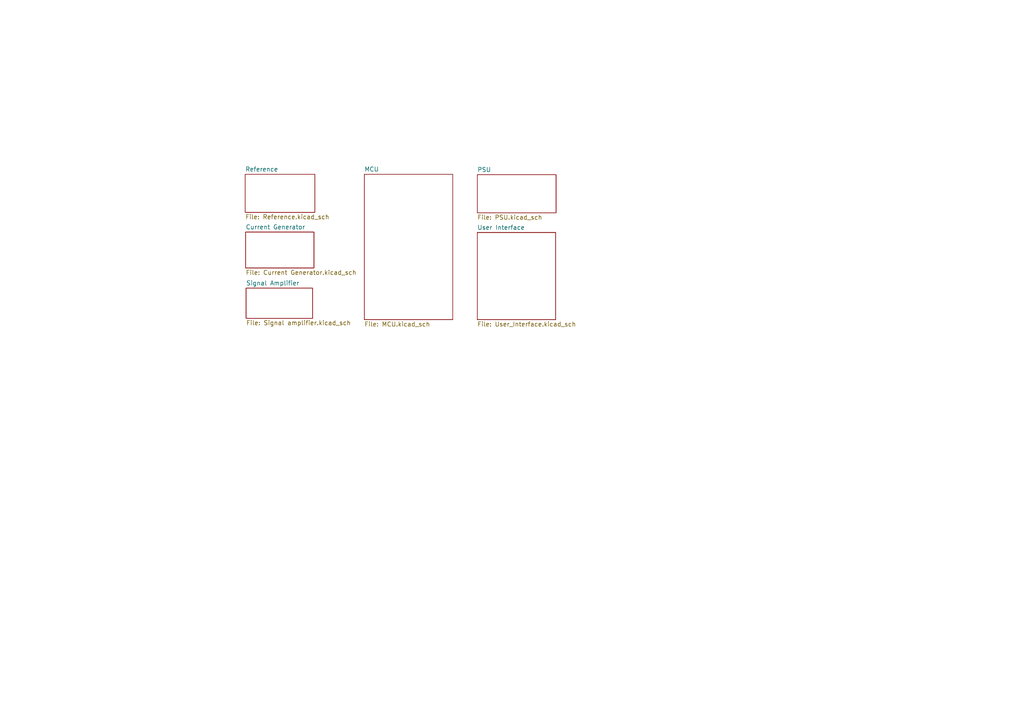
<source format=kicad_sch>
(kicad_sch (version 20211123) (generator eeschema)
  (paper "A4")
  (lib_symbols)
  (sheet (at 71.247 67.31) (size 19.812 10.414) (stroke (width 0.1524))
    (property "Sheet name" "Current Generator" (at 71.247 66.5984 0) (effects (justify left bottom)))
    (property "Sheet file" "Current Generator.kicad_sch" (at 71.247 78.3086 0) (effects (justify left top)))
  )
  (sheet (at 105.664 50.546) (size 25.654 42.164) (stroke (width 0.1524))
    (property "Sheet name" "MCU" (at 105.664 49.8344 0) (effects (justify left bottom)))
    (property "Sheet file" "MCU.kicad_sch" (at 105.664 93.2946 0) (effects (justify left top)))
  )
  (sheet (at 138.43 67.437) (size 22.733 25.273) (stroke (width 0.1524))
    (property "Sheet name" "User Interface" (at 138.43 66.7254 0) (effects (justify left bottom)))
    (property "Sheet file" "User_Interface.kicad_sch" (at 138.43 93.2946 0) (effects (justify left top)))
  )
  (sheet (at 71.374 83.566) (size 19.304 8.763) (stroke (width 0.1524))
    (property "Sheet name" "Signal Amplifier" (at 71.374 82.8544 0) (effects (justify left bottom)))
    (property "Sheet file" "Signal amplifier.kicad_sch" (at 71.374 92.9136 0) (effects (justify left top)))
  )
  (sheet (at 71.12 50.546) (size 20.193 11.049) (stroke (width 0.1524))
    (property "Sheet name" "Reference" (at 71.12 49.8344 0) (effects (justify left bottom)))
    (property "Sheet file" "Reference.kicad_sch" (at 71.12 62.1796 0) (effects (justify left top)))
  )
  (sheet (at 138.43 50.673) (size 22.86 11.049) (stroke (width 0.1524))
    (property "Sheet name" "PSU" (at 138.43 49.9614 0) (effects (justify left bottom)))
    (property "Sheet file" "PSU.kicad_sch" (at 138.43 62.3066 0) (effects (justify left top)))
  )
)
</source>
